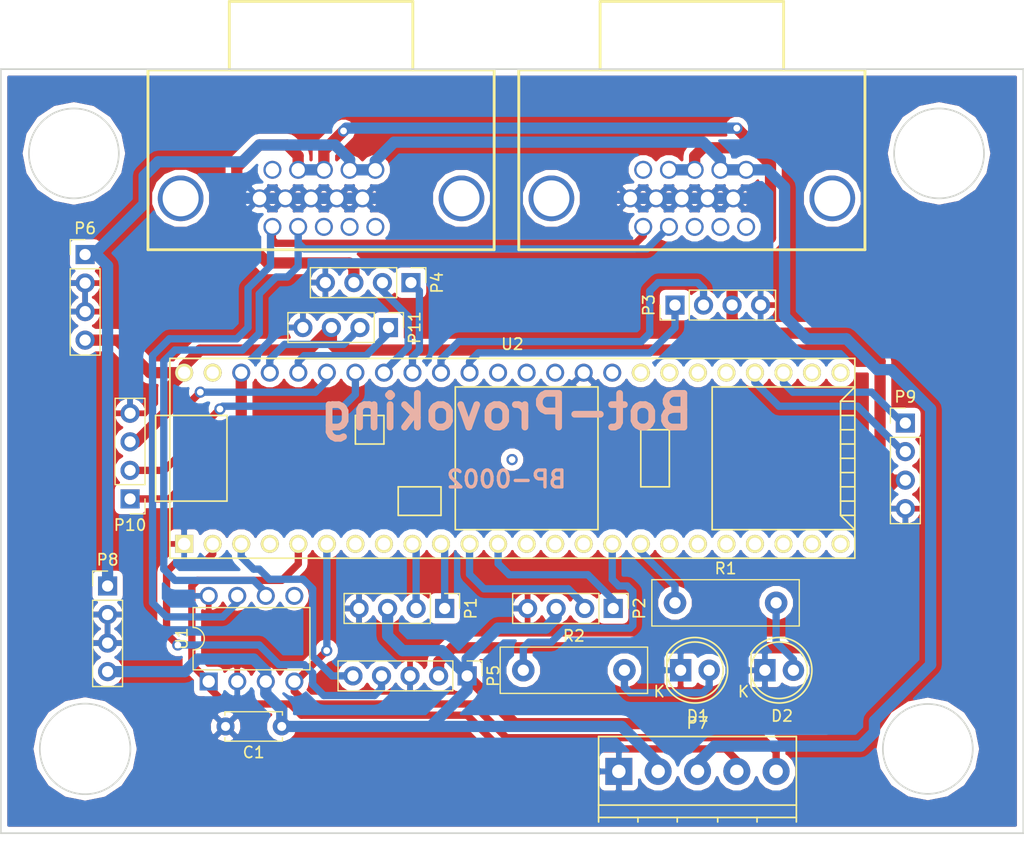
<source format=kicad_pcb>
(kicad_pcb (version 4) (host pcbnew 4.0.5)
  (layers (0 F.Cu signal) (31 B.Cu signal) (34 B.Paste user) (35 F.Paste user) (36 B.SilkS user) (37 F.SilkS user) (38 B.Mask user) (39 F.Mask user) (44 Edge.Cuts user))
  (net 0 "")
  (net 1 GND)
  (net 2 "Net-(D1-Pad2)")
  (net 3 "Net-(D2-Pad2)")
  (net 4 "Net-(J1-Pad0)")
  (net 5 +12V)
  (net 6 +5V)
  (net 7 "Net-(J1-Pad11)")
  (net 8 "Net-(J1-Pad5)")
  (net 9 "Net-(J1-Pad4)")
  (net 10 "Net-(J1-Pad3)")
  (net 11 /CANL)
  (net 12 /CANH)
  (net 13 "Net-(J2-Pad0)")
  (net 14 "Net-(J2-Pad11)")
  (net 15 "Net-(J2-Pad5)")
  (net 16 "Net-(J2-Pad4)")
  (net 17 "Net-(J2-Pad3)")
  (net 18 /B1)
  (net 19 /A1)
  (net 20 /B2)
  (net 21 /A2)
  (net 22 /A3)
  (net 23 /B3)
  (net 24 /A4)
  (net 25 /B4)
  (net 26 +3V3)
  (net 27 /Tx)
  (net 28 /Rx)
  (net 29 /CAN_Tx)
  (net 30 "Net-(U1-Pad5)")
  (net 31 /CAN_Rx)
  (net 32 "Net-(R1-Pad1)")
  (net 33 "Net-(U2-Pad18)")
  (net 34 "Net-(U2-Pad19)")
  (net 35 "Net-(U2-Pad20)")
  (net 36 "Net-(R2-Pad1)")
  (net 37 "Net-(U2-Pad15)")
  (net 38 "Net-(U2-Pad14)")
  (net 39 "Net-(U2-Pad21)")
  (net 40 "Net-(U2-Pad22)")
  (net 41 "Net-(U2-Pad23)")
  (net 42 "Net-(U2-Pad24)")
  (net 43 "Net-(U2-Pad30)")
  (net 44 "Net-(U2-Pad31)")
  (net 45 "Net-(U2-Pad34)")
  (net 46 "Net-(U2-Pad35)")
  (net 47 "Net-(U2-Pad36)")
  (net 48 "Net-(U2-Pad37)")
  (net 49 "Net-(U2-Pad13)")
  (net 50 "Net-(U2-Pad8)")
  (net 51 "Net-(U2-Pad7)")
  (net 52 "Net-(U2-Pad4)")
  (net 53 "Net-(U2-Pad38)")
  (net 54 "Net-(U2-Pad40)")
  (net 55 "Net-(U2-Pad41)")
  (net 56 "Net-(U2-Pad42)")
  (net 57 "Net-(U2-Pad52)")
  (net 58 /A7)
  (net 59 /B7)
  (net 60 /A5)
  (net 61 /B5)
  (net 62 /A6)
  (net 63 /B6)
  (module Teensy:Teensy35_36_LessPins (layer F.Cu) (at 182.025001 116.135)
    (fp_text reference U2 (at 0 -10.16) (layer F.SilkS))
    (fp_text value Teensy3.6)
    (pad 17 thru_hole circle (at 11.43 7.62) (size 1.6 1.6) (drill 1.1) (layers *.Cu *.Mask F.SilkS) (net 32 "Net-(R1-Pad1)"))
    (pad 18 thru_hole circle (at 13.97 7.62) (size 1.6 1.6) (drill 1.1) (layers *.Cu *.Mask F.SilkS) (net 33 "Net-(U2-Pad18)"))
    (pad 19 thru_hole circle (at 16.51 7.62) (size 1.6 1.6) (drill 1.1) (layers *.Cu *.Mask F.SilkS) (net 34 "Net-(U2-Pad19)"))
    (pad 20 thru_hole circle (at 19.05 7.62) (size 1.6 1.6) (drill 1.1) (layers *.Cu *.Mask F.SilkS) (net 35 "Net-(U2-Pad20)"))
    (pad 16 thru_hole circle (at 8.89 7.62) (size 1.6 1.6) (drill 1.1) (layers *.Cu *.Mask F.SilkS) (net 36 "Net-(R2-Pad1)"))
    (pad 15 thru_hole circle (at 6.35 7.62) (size 1.6 1.6) (drill 1.1) (layers *.Cu *.Mask F.SilkS) (net 37 "Net-(U2-Pad15)"))
    (pad 14 thru_hole circle (at 3.81 7.62) (size 1.6 1.6) (drill 1.1) (layers *.Cu *.Mask F.SilkS) (net 38 "Net-(U2-Pad14)"))
    (pad 21 thru_hole circle (at 21.59 7.62) (size 1.6 1.6) (drill 1.1) (layers *.Cu *.Mask F.SilkS) (net 39 "Net-(U2-Pad21)"))
    (pad 22 thru_hole circle (at 24.13 7.62) (size 1.6 1.6) (drill 1.1) (layers *.Cu *.Mask F.SilkS) (net 40 "Net-(U2-Pad22)"))
    (pad 23 thru_hole circle (at 26.67 7.62) (size 1.6 1.6) (drill 1.1) (layers *.Cu *.Mask F.SilkS) (net 41 "Net-(U2-Pad23)"))
    (pad 24 thru_hole circle (at 29.21 7.62) (size 1.6 1.6) (drill 1.1) (layers *.Cu *.Mask F.SilkS) (net 42 "Net-(U2-Pad24)"))
    (pad 30 thru_hole circle (at 29.21 -7.62) (size 1.6 1.6) (drill 1.1) (layers *.Cu *.Mask F.SilkS) (net 43 "Net-(U2-Pad30)"))
    (pad 31 thru_hole circle (at 26.67 -7.62) (size 1.6 1.6) (drill 1.1) (layers *.Cu *.Mask F.SilkS) (net 44 "Net-(U2-Pad31)"))
    (pad 32 thru_hole circle (at 24.13 -7.62) (size 1.6 1.6) (drill 1.1) (layers *.Cu *.Mask F.SilkS) (net 58 /A7))
    (pad 33 thru_hole circle (at 21.59 -7.62) (size 1.6 1.6) (drill 1.1) (layers *.Cu *.Mask F.SilkS) (net 59 /B7))
    (pad 34 thru_hole circle (at 19.05 -7.62) (size 1.6 1.6) (drill 1.1) (layers *.Cu *.Mask F.SilkS) (net 45 "Net-(U2-Pad34)"))
    (pad 35 thru_hole circle (at 16.51 -7.62) (size 1.6 1.6) (drill 1.1) (layers *.Cu *.Mask F.SilkS) (net 46 "Net-(U2-Pad35)"))
    (pad 36 thru_hole circle (at 13.97 -7.62) (size 1.6 1.6) (drill 1.1) (layers *.Cu *.Mask F.SilkS) (net 47 "Net-(U2-Pad36)"))
    (pad 37 thru_hole circle (at 11.43 -7.62) (size 1.6 1.6) (drill 1.1) (layers *.Cu *.Mask F.SilkS) (net 48 "Net-(U2-Pad37)"))
    (pad 13 thru_hole circle (at 1.27 7.62) (size 1.6 1.6) (drill 1.1) (layers *.Cu *.Mask F.SilkS) (net 49 "Net-(U2-Pad13)"))
    (pad 12 thru_hole circle (at -1.27 7.62) (size 1.6 1.6) (drill 1.1) (layers *.Cu *.Mask F.SilkS) (net 20 /B2))
    (pad 11 thru_hole circle (at -3.81 7.62) (size 1.6 1.6) (drill 1.1) (layers *.Cu *.Mask F.SilkS) (net 21 /A2))
    (pad 10 thru_hole circle (at -6.35 7.62) (size 1.6 1.6) (drill 1.1) (layers *.Cu *.Mask F.SilkS) (net 18 /B1))
    (pad 9 thru_hole circle (at -8.89 7.62) (size 1.6 1.6) (drill 1.1) (layers *.Cu *.Mask F.SilkS) (net 19 /A1))
    (pad 8 thru_hole circle (at -11.43 7.62) (size 1.6 1.6) (drill 1.1) (layers *.Cu *.Mask F.SilkS) (net 50 "Net-(U2-Pad8)"))
    (pad 7 thru_hole circle (at -13.97 7.62) (size 1.6 1.6) (drill 1.1) (layers *.Cu *.Mask F.SilkS) (net 51 "Net-(U2-Pad7)"))
    (pad 6 thru_hole circle (at -16.51 7.62) (size 1.6 1.6) (drill 1.1) (layers *.Cu *.Mask F.SilkS) (net 31 /CAN_Rx))
    (pad 5 thru_hole circle (at -19.05 7.62) (size 1.6 1.6) (drill 1.1) (layers *.Cu *.Mask F.SilkS) (net 29 /CAN_Tx))
    (pad 4 thru_hole circle (at -21.59 7.62) (size 1.6 1.6) (drill 1.1) (layers *.Cu *.Mask F.SilkS) (net 52 "Net-(U2-Pad4)"))
    (pad 3 thru_hole circle (at -24.13 7.62) (size 1.6 1.6) (drill 1.1) (layers *.Cu *.Mask F.SilkS) (net 28 /Rx))
    (pad 2 thru_hole circle (at -26.67 7.62) (size 1.6 1.6) (drill 1.1) (layers *.Cu *.Mask F.SilkS) (net 27 /Tx))
    (pad 1 thru_hole rect (at -29.21 7.62) (size 1.6 1.6) (drill 1.1) (layers *.Cu *.Mask F.SilkS) (net 1 GND))
    (pad 38 thru_hole circle (at 8.89 -7.62) (size 1.6 1.6) (drill 1.1) (layers *.Cu *.Mask) (net 53 "Net-(U2-Pad38)"))
    (pad 39 thru_hole circle (at 6.35 -7.62) (size 1.6 1.6) (drill 1.1) (layers *.Cu *.Mask) (net 1 GND))
    (pad 40 thru_hole circle (at 3.81 -7.62) (size 1.6 1.6) (drill 1.1) (layers *.Cu *.Mask) (net 54 "Net-(U2-Pad40)"))
    (pad 41 thru_hole circle (at 1.27 -7.62) (size 1.6 1.6) (drill 1.1) (layers *.Cu *.Mask) (net 55 "Net-(U2-Pad41)"))
    (pad 42 thru_hole circle (at -1.27 -7.62) (size 1.6 1.6) (drill 1.1) (layers *.Cu *.Mask) (net 56 "Net-(U2-Pad42)"))
    (pad 43 thru_hole circle (at -3.81 -7.62) (size 1.6 1.6) (drill 1.1) (layers *.Cu *.Mask) (net 22 /A3))
    (pad 44 thru_hole circle (at -6.35 -7.62) (size 1.6 1.6) (drill 1.1) (layers *.Cu *.Mask) (net 23 /B3))
    (pad 45 thru_hole circle (at -8.89 -7.62) (size 1.6 1.6) (drill 1.1) (layers *.Cu *.Mask) (net 24 /A4))
    (pad 46 thru_hole circle (at -11.43 -7.62) (size 1.6 1.6) (drill 1.1) (layers *.Cu *.Mask) (net 25 /B4))
    (pad 47 thru_hole circle (at -13.97 -7.62) (size 1.6 1.6) (drill 1.1) (layers *.Cu *.Mask) (net 60 /A5))
    (pad 48 thru_hole circle (at -16.51 -7.62) (size 1.6 1.6) (drill 1.1) (layers *.Cu *.Mask) (net 61 /B5))
    (pad 49 thru_hole circle (at -19.05 -7.62) (size 1.6 1.6) (drill 1.1) (layers *.Cu *.Mask) (net 62 /A6))
    (pad 50 thru_hole circle (at -21.59 -7.62) (size 1.6 1.6) (drill 1.1) (layers *.Cu *.Mask) (net 63 /B6))
    (pad 51 thru_hole circle (at -24.13 -7.62) (size 1.6 1.6) (drill 1.1) (layers *.Cu *.Mask) (net 26 +3V3))
    (pad 52 thru_hole circle (at -26.67 -7.62) (size 1.6 1.6) (drill 1.1) (layers *.Cu *.Mask F.SilkS) (net 57 "Net-(U2-Pad52)"))
    (pad 53 thru_hole circle (at -29.21 -7.62) (size 1.6 1.6) (drill 1.1) (layers *.Cu *.Mask F.SilkS) (net 6 +5V))
  )
  (module LEDs:LED-5MM (layer F.Cu) (at 197 135)
    (fp_text reference D1 (at 1.524 4.064) (layer F.SilkS))
    (fp_text value LED)
    (fp_text user K (at -1.905 1.905) (layer F.SilkS))
    (pad 1 thru_hole rect (at 0 0 90) (size 2 1.9) (drill 1.00076) (layers *.Cu *.Mask) (net 1 GND))
    (pad 2 thru_hole circle (at 2.54 0) (size 1.9 1.9) (drill 1.00076) (layers *.Cu *.Mask) (net 2 "Net-(D1-Pad2)"))
  )
  (module LEDs:LED-5MM (layer F.Cu) (at 204.5 135)
    (fp_text reference D2 (at 1.524 4.064) (layer F.SilkS))
    (fp_text value LED)
    (fp_text user K (at -1.905 1.905) (layer F.SilkS))
    (pad 1 thru_hole rect (at 0 0 90) (size 2 1.9) (drill 1.00076) (layers *.Cu *.Mask) (net 1 GND))
    (pad 2 thru_hole circle (at 2.54 0) (size 1.9 1.9) (drill 1.00076) (layers *.Cu *.Mask) (net 3 "Net-(D2-Pad2)"))
  )
  (module conn-db15-SPC15430:conn_SPC15430 (layer F.Cu) (at 165 93)
    (fp_text reference J1 hide)
    (fp_text value DB15_HighDensity_MountingHoles hide)
    (pad 0 thru_hole circle (at -12.49934 0) (size 4.064 4.064) (drill 3.2004) (layers *.Cu *.Mask) (net 4 "Net-(J1-Pad0)"))
    (pad 0 thru_hole circle (at 12.49934 0) (size 4.064 4.064) (drill 3.2004) (layers *.Cu *.Mask) (net 4 "Net-(J1-Pad0)"))
    (pad 15 thru_hole circle (at 4.83 -2.54) (size 1.6002 1.6002) (drill 1.19126) (layers *.Cu *.Mask) (net 5 +12V))
    (pad 10 thru_hole circle (at 3.685 0) (size 1.6002 1.6002) (drill 1.19126) (layers *.Cu *.Mask) (net 1 GND))
    (pad 14 thru_hole circle (at 2.54 -2.54) (size 1.6002 1.6002) (drill 1.19126) (layers *.Cu *.Mask) (net 5 +12V))
    (pad 13 thru_hole circle (at 0.25 -2.54) (size 1.6002 1.6002) (drill 1.19126) (layers *.Cu *.Mask) (net 6 +5V))
    (pad 12 thru_hole circle (at -2.04 -2.54) (size 1.6002 1.6002) (drill 1.19126) (layers *.Cu *.Mask) (net 6 +5V))
    (pad 11 thru_hole circle (at -4.33 -2.54) (size 1.6002 1.6002) (drill 1.19126) (layers *.Cu *.Mask) (net 7 "Net-(J1-Pad11)"))
    (pad 9 thru_hole circle (at 1.395 0) (size 1.6002 1.6002) (drill 1.19126) (layers *.Cu *.Mask) (net 1 GND))
    (pad 8 thru_hole circle (at -0.895 0) (size 1.6002 1.6002) (drill 1.19126) (layers *.Cu *.Mask) (net 1 GND))
    (pad 7 thru_hole circle (at -3.185 0) (size 1.6002 1.6002) (drill 1.19126) (layers *.Cu *.Mask) (net 1 GND))
    (pad 6 thru_hole circle (at -5.475 0) (size 1.6002 1.6002) (drill 1.2) (layers *.Cu *.Mask) (net 1 GND))
    (pad 5 thru_hole circle (at 4.83 2.54) (size 1.6002 1.6002) (drill 1.19126) (layers *.Cu *.Mask) (net 8 "Net-(J1-Pad5)"))
    (pad 4 thru_hole circle (at 2.54 2.54) (size 1.6002 1.6002) (drill 1.19126) (layers *.Cu *.Mask) (net 9 "Net-(J1-Pad4)"))
    (pad 3 thru_hole circle (at 0.25 2.54) (size 1.6002 1.6002) (drill 1.19126) (layers *.Cu *.Mask) (net 10 "Net-(J1-Pad3)"))
    (pad 2 thru_hole circle (at -2.04 2.54) (size 1.6002 1.6002) (drill 1.19126) (layers *.Cu *.Mask) (net 11 /CANL))
    (pad 1 thru_hole circle (at -4.33 2.54) (size 1.6002 1.6002) (drill 1.19126) (layers *.Cu *.Mask) (net 12 /CANH))
  )
  (module conn-db15-SPC15430:conn_SPC15430 (layer F.Cu) (at 198 93)
    (fp_text reference J2 hide)
    (fp_text value DB15_HighDensity_MountingHoles hide)
    (pad 0 thru_hole circle (at -12.49934 0) (size 4.064 4.064) (drill 3.2004) (layers *.Cu *.Mask) (net 13 "Net-(J2-Pad0)"))
    (pad 0 thru_hole circle (at 12.49934 0) (size 4.064 4.064) (drill 3.2004) (layers *.Cu *.Mask) (net 13 "Net-(J2-Pad0)"))
    (pad 15 thru_hole circle (at 4.83 -2.54) (size 1.6002 1.6002) (drill 1.19126) (layers *.Cu *.Mask) (net 5 +12V))
    (pad 10 thru_hole circle (at 3.685 0) (size 1.6002 1.6002) (drill 1.19126) (layers *.Cu *.Mask) (net 1 GND))
    (pad 14 thru_hole circle (at 2.54 -2.54) (size 1.6002 1.6002) (drill 1.19126) (layers *.Cu *.Mask) (net 5 +12V))
    (pad 13 thru_hole circle (at 0.25 -2.54) (size 1.6002 1.6002) (drill 1.19126) (layers *.Cu *.Mask) (net 6 +5V))
    (pad 12 thru_hole circle (at -2.04 -2.54) (size 1.6002 1.6002) (drill 1.19126) (layers *.Cu *.Mask) (net 6 +5V))
    (pad 11 thru_hole circle (at -4.33 -2.54) (size 1.6002 1.6002) (drill 1.19126) (layers *.Cu *.Mask) (net 14 "Net-(J2-Pad11)"))
    (pad 9 thru_hole circle (at 1.395 0) (size 1.6002 1.6002) (drill 1.19126) (layers *.Cu *.Mask) (net 1 GND))
    (pad 8 thru_hole circle (at -0.895 0) (size 1.6002 1.6002) (drill 1.19126) (layers *.Cu *.Mask) (net 1 GND))
    (pad 7 thru_hole circle (at -3.185 0) (size 1.6002 1.6002) (drill 1.19126) (layers *.Cu *.Mask) (net 1 GND))
    (pad 6 thru_hole circle (at -5.475 0) (size 1.6002 1.6002) (drill 1.2) (layers *.Cu *.Mask) (net 1 GND))
    (pad 5 thru_hole circle (at 4.83 2.54) (size 1.6002 1.6002) (drill 1.19126) (layers *.Cu *.Mask) (net 15 "Net-(J2-Pad5)"))
    (pad 4 thru_hole circle (at 2.54 2.54) (size 1.6002 1.6002) (drill 1.19126) (layers *.Cu *.Mask) (net 16 "Net-(J2-Pad4)"))
    (pad 3 thru_hole circle (at 0.25 2.54) (size 1.6002 1.6002) (drill 1.19126) (layers *.Cu *.Mask) (net 17 "Net-(J2-Pad3)"))
    (pad 2 thru_hole circle (at -2.04 2.54) (size 1.6002 1.6002) (drill 1.19126) (layers *.Cu *.Mask) (net 11 /CANL))
    (pad 1 thru_hole circle (at -4.33 2.54) (size 1.6002 1.6002) (drill 1.19126) (layers *.Cu *.Mask) (net 12 /CANH))
  )
  (module Custom_Footprints:DIP-8_W7.62mm_BiggerHoles (layer F.Cu) (at 155 136 90)
    (fp_text reference U1 (at 3.81 -2.39 90) (layer F.SilkS))
    (fp_text value MCP2551-I/P)
    (pad 1 thru_hole rect (at 0 0 90) (size 1.6 1.6) (drill 1.1) (layers *.Cu *.Mask) (net 29 /CAN_Tx))
    (pad 5 thru_hole oval (at 7.62 7.62 90) (size 1.6 1.6) (drill 1.1) (layers *.Cu *.Mask) (net 30 "Net-(U1-Pad5)"))
    (pad 2 thru_hole oval (at 0 2.54 90) (size 1.6 1.6) (drill 1.1) (layers *.Cu *.Mask) (net 1 GND))
    (pad 6 thru_hole oval (at 7.62 5.08 90) (size 1.6 1.6) (drill 1.1) (layers *.Cu *.Mask) (net 11 /CANL))
    (pad 3 thru_hole oval (at 0 5.08 90) (size 1.6 1.6) (drill 1.1) (layers *.Cu *.Mask) (net 6 +5V))
    (pad 7 thru_hole oval (at 7.62 2.54 90) (size 1.6 1.6) (drill 1.1) (layers *.Cu *.Mask) (net 12 /CANH))
    (pad 4 thru_hole oval (at 0 7.62 90) (size 1.6 1.6) (drill 1.1) (layers *.Cu *.Mask) (net 31 /CAN_Rx))
    (pad 8 thru_hole oval (at 7.62 0 90) (size 1.6 1.6) (drill 1.1) (layers *.Cu *.Mask) (net 1 GND))
  )
  (module Resistors_THT:R_Box_L13.0mm_W4.0mm_P9.00mm (layer F.Cu) (at 196.5 129)
    (fp_text reference R1 (at 4.5 -3.06) (layer F.SilkS))
    (fp_text value R)
    (pad 1 thru_hole circle (at 0 0) (size 2 2) (drill 1) (layers *.Cu *.Mask) (net 32 "Net-(R1-Pad1)"))
    (pad 2 thru_hole circle (at 9 0) (size 2 2) (drill 1) (layers *.Cu *.Mask) (net 3 "Net-(D2-Pad2)"))
  )
  (module Resistors_THT:R_Box_L13.0mm_W4.0mm_P9.00mm (layer F.Cu) (at 183 135)
    (fp_text reference R2 (at 4.5 -3.06) (layer F.SilkS))
    (fp_text value R)
    (pad 1 thru_hole circle (at 0 0) (size 2 2) (drill 1) (layers *.Cu *.Mask) (net 36 "Net-(R2-Pad1)"))
    (pad 2 thru_hole circle (at 9 0) (size 2 2) (drill 1) (layers *.Cu *.Mask) (net 2 "Net-(D1-Pad2)"))
  )
  (module Capacitors_THT:C_Disc_D5.0mm_W2.5mm_P5.00mm (layer F.Cu) (at 161.5 140 180)
    (fp_text reference C1 (at 2.5 -2.31 180) (layer F.SilkS))
    (fp_text value C)
    (pad 1 thru_hole circle (at 0 0 180) (size 1.6 1.6) (drill 0.8) (layers *.Cu *.Mask) (net 6 +5V))
    (pad 2 thru_hole circle (at 5 0 180) (size 1.6 1.6) (drill 0.8) (layers *.Cu *.Mask) (net 1 GND))
  )
  (module Connectors_Terminal_Blocks:TerminalBlock_Pheonix_PT-3.5mm_5pol (layer F.Cu) (at 191.5 144)
    (fp_text reference P7 (at 7 -4.3) (layer F.SilkS))
    (fp_text value CONN_01X05)
    (pad 2 thru_hole circle (at 3.5 0) (size 2.4 2.4) (drill 1.2) (layers *.Cu *.Mask) (net 6 +5V))
    (pad 1 thru_hole rect (at 0 0) (size 2.4 2.4) (drill 1.2) (layers *.Cu *.Mask) (net 1 GND))
    (pad 3 thru_hole circle (at 7 0) (size 2.4 2.4) (drill 1.2) (layers *.Cu *.Mask) (net 5 +12V))
    (pad 4 thru_hole circle (at 10.5 0) (size 2.4 2.4) (drill 1.2) (layers *.Cu *.Mask) (net 29 /CAN_Tx))
    (pad 5 thru_hole circle (at 14 0) (size 2.4 2.4) (drill 1.2) (layers *.Cu *.Mask) (net 31 /CAN_Rx))
  )
  (module Socket_Strips:Socket_Strip_Straight_1x04_Pitch2.54mm (layer F.Cu) (at 176 129.5 270)
    (fp_text reference P1 (at 0 -2.33 270) (layer F.SilkS))
    (fp_text value CONN_01X04)
    (pad 1 thru_hole rect (at 0 0 270) (size 1.7 1.7) (drill 1) (layers *.Cu *.Mask) (net 18 /B1))
    (pad 2 thru_hole oval (at 0 2.54 270) (size 1.7 1.7) (drill 1) (layers *.Cu *.Mask) (net 19 /A1))
    (pad 3 thru_hole oval (at 0 5.08 270) (size 1.7 1.7) (drill 1) (layers *.Cu *.Mask) (net 6 +5V))
    (pad 4 thru_hole oval (at 0 7.62 270) (size 1.7 1.7) (drill 1) (layers *.Cu *.Mask) (net 1 GND))
  )
  (module Socket_Strips:Socket_Strip_Straight_1x04_Pitch2.54mm (layer F.Cu) (at 191 129.5 270)
    (fp_text reference P2 (at 0 -2.33 270) (layer F.SilkS))
    (fp_text value CONN_01X04)
    (pad 1 thru_hole rect (at 0 0 270) (size 1.7 1.7) (drill 1) (layers *.Cu *.Mask) (net 20 /B2))
    (pad 2 thru_hole oval (at 0 2.54 270) (size 1.7 1.7) (drill 1) (layers *.Cu *.Mask) (net 21 /A2))
    (pad 3 thru_hole oval (at 0 5.08 270) (size 1.7 1.7) (drill 1) (layers *.Cu *.Mask) (net 6 +5V))
    (pad 4 thru_hole oval (at 0 7.62 270) (size 1.7 1.7) (drill 1) (layers *.Cu *.Mask) (net 1 GND))
  )
  (module Socket_Strips:Socket_Strip_Straight_1x04_Pitch2.54mm (layer F.Cu) (at 196.5 102.5 90)
    (fp_text reference P3 (at 0 -2.33 90) (layer F.SilkS))
    (fp_text value CONN_01X04)
    (pad 1 thru_hole rect (at 0 0 90) (size 1.7 1.7) (drill 1) (layers *.Cu *.Mask) (net 22 /A3))
    (pad 2 thru_hole oval (at 0 2.54 90) (size 1.7 1.7) (drill 1) (layers *.Cu *.Mask) (net 23 /B3))
    (pad 3 thru_hole oval (at 0 5.08 90) (size 1.7 1.7) (drill 1) (layers *.Cu *.Mask) (net 6 +5V))
    (pad 4 thru_hole oval (at 0 7.62 90) (size 1.7 1.7) (drill 1) (layers *.Cu *.Mask) (net 1 GND))
  )
  (module Socket_Strips:Socket_Strip_Straight_1x04_Pitch2.54mm (layer F.Cu) (at 173 100.5 270)
    (fp_text reference P4 (at 0 -2.33 270) (layer F.SilkS))
    (fp_text value CONN_01X04)
    (pad 1 thru_hole rect (at 0 0 270) (size 1.7 1.7) (drill 1) (layers *.Cu *.Mask) (net 24 /A4))
    (pad 2 thru_hole oval (at 0 2.54 270) (size 1.7 1.7) (drill 1) (layers *.Cu *.Mask) (net 25 /B4))
    (pad 3 thru_hole oval (at 0 5.08 270) (size 1.7 1.7) (drill 1) (layers *.Cu *.Mask) (net 6 +5V))
    (pad 4 thru_hole oval (at 0 7.62 270) (size 1.7 1.7) (drill 1) (layers *.Cu *.Mask) (net 1 GND))
  )
  (module Socket_Strips:Socket_Strip_Straight_1x05_Pitch2.54mm (layer F.Cu) (at 178 135.5 270)
    (fp_text reference P5 (at 0 -2.33 270) (layer F.SilkS))
    (fp_text value CONN_01X05)
    (pad 1 thru_hole rect (at 0 0 270) (size 1.7 1.7) (drill 1) (layers *.Cu *.Mask) (net 6 +5V))
    (pad 2 thru_hole oval (at 0 2.54 270) (size 1.7 1.7) (drill 1) (layers *.Cu *.Mask) (net 26 +3V3))
    (pad 3 thru_hole oval (at 0 5.08 270) (size 1.7 1.7) (drill 1) (layers *.Cu *.Mask) (net 1 GND))
    (pad 4 thru_hole oval (at 0 7.62 270) (size 1.7 1.7) (drill 1) (layers *.Cu *.Mask) (net 27 /Tx))
    (pad 5 thru_hole oval (at 0 10.16 270) (size 1.7 1.7) (drill 1) (layers *.Cu *.Mask) (net 28 /Rx))
  )
  (module Socket_Strips:Socket_Strip_Straight_1x04_Pitch2.54mm (layer F.Cu) (at 144 98)
    (fp_text reference P6 (at 0 -2.33) (layer F.SilkS))
    (fp_text value CONN_01X04)
    (pad 1 thru_hole rect (at 0 0) (size 1.7 1.7) (drill 1) (layers *.Cu *.Mask) (net 5 +12V))
    (pad 2 thru_hole oval (at 0 2.54) (size 1.7 1.7) (drill 1) (layers *.Cu *.Mask) (net 1 GND))
    (pad 3 thru_hole oval (at 0 5.08) (size 1.7 1.7) (drill 1) (layers *.Cu *.Mask) (net 1 GND))
    (pad 4 thru_hole oval (at 0 7.62) (size 1.7 1.7) (drill 1) (layers *.Cu *.Mask) (net 6 +5V))
  )
  (module Socket_Strips:Socket_Strip_Straight_1x04_Pitch2.54mm (layer F.Cu) (at 146 127.5)
    (fp_text reference P8 (at 0 -2.33) (layer F.SilkS))
    (fp_text value CONN_01X04)
    (pad 1 thru_hole rect (at 0 0) (size 1.7 1.7) (drill 1) (layers *.Cu *.Mask) (net 5 +12V))
    (pad 2 thru_hole oval (at 0 2.54) (size 1.7 1.7) (drill 1) (layers *.Cu *.Mask) (net 1 GND))
    (pad 3 thru_hole oval (at 0 5.08) (size 1.7 1.7) (drill 1) (layers *.Cu *.Mask) (net 1 GND))
    (pad 4 thru_hole oval (at 0 7.62) (size 1.7 1.7) (drill 1) (layers *.Cu *.Mask) (net 6 +5V))
  )
  (module Socket_Strips:Socket_Strip_Straight_1x04_Pitch2.54mm (layer F.Cu) (at 217 113)
    (fp_text reference P9 (at 0 -2.33) (layer F.SilkS))
    (fp_text value CONN_01X04)
    (pad 1 thru_hole rect (at 0 0) (size 1.7 1.7) (drill 1) (layers *.Cu *.Mask) (net 58 /A7))
    (pad 2 thru_hole oval (at 0 2.54) (size 1.7 1.7) (drill 1) (layers *.Cu *.Mask) (net 59 /B7))
    (pad 3 thru_hole oval (at 0 5.08) (size 1.7 1.7) (drill 1) (layers *.Cu *.Mask) (net 6 +5V))
    (pad 4 thru_hole oval (at 0 7.62) (size 1.7 1.7) (drill 1) (layers *.Cu *.Mask) (net 1 GND))
  )
  (module Socket_Strips:Socket_Strip_Straight_1x04_Pitch2.54mm (layer F.Cu) (at 148 119.75 180)
    (fp_text reference P10 (at 0 -2.33 180) (layer F.SilkS))
    (fp_text value CONN_01X04)
    (pad 1 thru_hole rect (at 0 0 180) (size 1.7 1.7) (drill 1) (layers *.Cu *.Mask) (net 60 /A5))
    (pad 2 thru_hole oval (at 0 2.54 180) (size 1.7 1.7) (drill 1) (layers *.Cu *.Mask) (net 61 /B5))
    (pad 3 thru_hole oval (at 0 5.08 180) (size 1.7 1.7) (drill 1) (layers *.Cu *.Mask) (net 6 +5V))
    (pad 4 thru_hole oval (at 0 7.62 180) (size 1.7 1.7) (drill 1) (layers *.Cu *.Mask) (net 1 GND))
  )
  (module Socket_Strips:Socket_Strip_Straight_1x04_Pitch2.54mm (layer F.Cu) (at 171 104.5 270)
    (fp_text reference P11 (at 0 -2.33 270) (layer F.SilkS))
    (fp_text value CONN_01X04)
    (pad 1 thru_hole rect (at 0 0 270) (size 1.7 1.7) (drill 1) (layers *.Cu *.Mask) (net 62 /A6))
    (pad 2 thru_hole oval (at 0 2.54 270) (size 1.7 1.7) (drill 1) (layers *.Cu *.Mask) (net 63 /B6))
    (pad 3 thru_hole oval (at 0 5.08 270) (size 1.7 1.7) (drill 1) (layers *.Cu *.Mask) (net 6 +5V))
    (pad 4 thru_hole oval (at 0 7.62 270) (size 1.7 1.7) (drill 1) (layers *.Cu *.Mask) (net 1 GND))
  )
  (gr_line (start 227.5 81.5) (end 227.5 81.75) (angle 90) (layer Edge.Cuts) (width 0.15))
  (gr_line (start 136.5 81.5) (end 227.5 81.5) (angle 90) (layer Edge.Cuts) (width 0.15))
  (gr_line (start 136.5 149.5) (end 136.5 81.5) (angle 90) (layer Edge.Cuts) (width 0.15))
  (gr_line (start 227.5 149.5) (end 136.5 149.5) (angle 90) (layer Edge.Cuts) (width 0.15))
  (gr_line (start 227.5 81.5) (end 227.5 149.5) (angle 90) (layer Edge.Cuts) (width 0.15))
  (gr_circle (center 144 142) (end 148 142.5) (layer Edge.Cuts) (width 0.15))
  (gr_circle (center 219 142) (end 215 142) (layer Edge.Cuts) (width 0.15))
  (gr_circle (center 143 89) (end 147 89) (layer Edge.Cuts) (width 0.15))
  (gr_circle (center 220 89) (end 216 89) (layer Edge.Cuts) (width 0.15))
  (gr_text BP-0002 (at 181.5 118) (layer B.SilkS) (effects (font (size 1.5 1.5) (thickness 0.3)) (justify mirror)))
  (gr_text Bot-Provoking (at 181.5 112) (layer B.SilkS) (effects (font (size 3 3) (thickness 0.6)) (justify mirror)))
  (via (at 182 116.25) (size 1) (drill 0.6) (layers F.Cu B.Cu) (net 0))
  (segment (start 157.5 93) (end 159.525 93) (width 1) (layer B.Cu) (net 1))
  (segment (start 159.525 93) (end 161.815 93) (width 1) (layer B.Cu) (net 1))
  (segment (start 161.815 93) (end 164.105 93) (width 1) (layer B.Cu) (net 1))
  (segment (start 164.105 93) (end 166.395 93) (width 1) (layer B.Cu) (net 1))
  (segment (start 166.395 93) (end 168.685 93) (width 1) (layer B.Cu) (net 1))
  (segment (start 168.685 93) (end 171.75 93) (width 1) (layer B.Cu) (net 1))
  (segment (start 204.25 93) (end 201.685 93) (width 1) (layer B.Cu) (net 1))
  (segment (start 201.685 93) (end 199.395 93) (width 1) (layer B.Cu) (net 1))
  (segment (start 199.395 93) (end 197.105 93) (width 1) (layer B.Cu) (net 1))
  (segment (start 197.105 93) (end 194.815 93) (width 1) (layer B.Cu) (net 1))
  (segment (start 194.815 93) (end 192.525 93) (width 1) (layer B.Cu) (net 1))
  (segment (start 192.525 93) (end 190 93) (width 1) (layer B.Cu) (net 1))
  (segment (start 159.525 93) (end 161.815 93) (width 1) (layer F.Cu) (net 1))
  (segment (start 161.815 93) (end 164.105 93) (width 1) (layer F.Cu) (net 1))
  (segment (start 164.105 93) (end 166.395 93) (width 1) (layer F.Cu) (net 1))
  (segment (start 166.395 93) (end 168.685 93) (width 1) (layer F.Cu) (net 1))
  (segment (start 168.685 93) (end 171.75 93) (width 1) (layer F.Cu) (net 1))
  (segment (start 203.5 93) (end 201.685 93) (width 1) (layer F.Cu) (net 1))
  (segment (start 201.685 93) (end 199.395 93) (width 1) (layer F.Cu) (net 1))
  (segment (start 199.395 93) (end 197.105 93) (width 1) (layer F.Cu) (net 1))
  (segment (start 197.105 93) (end 194.815 93) (width 1) (layer F.Cu) (net 1))
  (segment (start 194.815 93) (end 192.525 93) (width 1) (layer F.Cu) (net 1))
  (segment (start 192.525 93) (end 190.25 93) (width 1) (layer F.Cu) (net 1))
  (segment (start 192 135) (end 192 136.5) (width 0.65) (layer B.Cu) (net 2))
  (segment (start 199.54 136.46) (end 199.54 135) (width 0.65) (layer B.Cu) (net 2))
  (segment (start 199 137) (end 199.54 136.46) (width 0.65) (layer B.Cu) (net 2))
  (segment (start 192.5 137) (end 199 137) (width 0.65) (layer B.Cu) (net 2))
  (segment (start 192 136.5) (end 192.5 137) (width 0.65) (layer B.Cu) (net 2))
  (segment (start 205.5 129) (end 205.5 132.5) (width 0.65) (layer B.Cu) (net 3))
  (segment (start 207.04 134.04) (end 207.04 135) (width 0.65) (layer B.Cu) (net 3))
  (segment (start 205.5 132.5) (end 207.04 134.04) (width 0.65) (layer B.Cu) (net 3))
  (segment (start 198.5 144) (end 198.5 143.25) (width 1) (layer B.Cu) (net 5))
  (segment (start 198.5 143.25) (end 200 141.75) (width 1) (layer B.Cu) (net 5))
  (segment (start 200 141.75) (end 213 141.75) (width 1) (layer B.Cu) (net 5))
  (segment (start 213 141.75) (end 214.25 140.5) (width 1) (layer B.Cu) (net 5))
  (segment (start 214.25 140.5) (end 214.25 139.5) (width 1) (layer B.Cu) (net 5))
  (segment (start 214.25 139.5) (end 219.25 134.5) (width 1) (layer B.Cu) (net 5))
  (segment (start 219.25 134.5) (end 219.25 111.75) (width 1) (layer B.Cu) (net 5))
  (segment (start 219.25 111.75) (end 215.75 108.25) (width 1) (layer B.Cu) (net 5))
  (segment (start 215.75 108.25) (end 214.5 108.25) (width 1) (layer B.Cu) (net 5))
  (segment (start 214.5 108.25) (end 211.75 105.5) (width 1) (layer B.Cu) (net 5))
  (segment (start 211.75 105.5) (end 208.25 105.5) (width 1) (layer B.Cu) (net 5))
  (segment (start 208.25 105.5) (end 206.25 103.5) (width 1) (layer B.Cu) (net 5))
  (segment (start 206.25 103.5) (end 206.25 92) (width 1) (layer B.Cu) (net 5))
  (segment (start 206.25 92) (end 204.71 90.46) (width 1) (layer B.Cu) (net 5))
  (segment (start 204.71 90.46) (end 202.83 90.46) (width 1) (layer B.Cu) (net 5))
  (segment (start 146 127.5) (end 146 99) (width 1) (layer B.Cu) (net 5))
  (segment (start 145 98) (end 144 98) (width 1) (layer B.Cu) (net 5))
  (segment (start 146 99) (end 145 98) (width 1) (layer B.Cu) (net 5))
  (segment (start 144 98) (end 144.75 98) (width 1) (layer B.Cu) (net 5))
  (segment (start 144.75 98) (end 149.25 93.5) (width 1) (layer B.Cu) (net 5))
  (segment (start 149.25 93.5) (end 149.25 91) (width 1) (layer B.Cu) (net 5))
  (segment (start 149.25 91) (end 150.5 89.75) (width 1) (layer B.Cu) (net 5))
  (segment (start 150.5 89.75) (end 158 89.75) (width 1) (layer B.Cu) (net 5))
  (segment (start 158 89.75) (end 159.5 88.25) (width 1) (layer B.Cu) (net 5))
  (segment (start 159.5 88.25) (end 166.25 88.25) (width 1) (layer B.Cu) (net 5))
  (segment (start 166.25 88.25) (end 167.54 89.54) (width 1) (layer B.Cu) (net 5))
  (segment (start 167.54 89.54) (end 167.54 90.46) (width 1) (layer B.Cu) (net 5))
  (segment (start 169.83 90.46) (end 169.83 89.67) (width 1) (layer B.Cu) (net 5))
  (segment (start 169.83 89.67) (end 171.5 88) (width 1) (layer B.Cu) (net 5))
  (segment (start 200.54 89.54) (end 200.54 90.46) (width 1) (layer B.Cu) (net 5))
  (segment (start 199 88) (end 200.54 89.54) (width 1) (layer B.Cu) (net 5))
  (segment (start 171.5 88) (end 199 88) (width 1) (layer B.Cu) (net 5))
  (segment (start 167.54 90.46) (end 169.83 90.46) (width 1) (layer B.Cu) (net 5))
  (segment (start 202.83 90.46) (end 200.54 90.46) (width 1) (layer B.Cu) (net 5))
  (segment (start 165.25 90.46) (end 165.25 88.75) (width 1) (layer F.Cu) (net 6))
  (segment (start 203.5 88.25) (end 203.5 88.5) (width 1) (layer F.Cu) (net 6))
  (segment (start 202 86.75) (end 203.5 88.25) (width 1) (layer F.Cu) (net 6))
  (via (at 202 86.75) (size 1) (drill 0.6) (layers F.Cu B.Cu) (net 6))
  (segment (start 167.25 86.75) (end 202 86.75) (width 1) (layer B.Cu) (net 6))
  (segment (start 167 87) (end 167.25 86.75) (width 1) (layer B.Cu) (net 6))
  (via (at 167 87) (size 1) (drill 0.6) (layers F.Cu B.Cu) (net 6))
  (segment (start 165.25 88.75) (end 167 87) (width 1) (layer F.Cu) (net 6))
  (segment (start 152.815001 108.515) (end 152.815001 107.934999) (width 1) (layer F.Cu) (net 6))
  (segment (start 152.815001 107.934999) (end 154.25 106.5) (width 1) (layer F.Cu) (net 6))
  (segment (start 163.92 106.5) (end 165.92 104.5) (width 1) (layer F.Cu) (net 6))
  (segment (start 154.25 106.5) (end 163.92 106.5) (width 1) (layer F.Cu) (net 6))
  (segment (start 148 114.67) (end 148.58 114.67) (width 1) (layer F.Cu) (net 6))
  (segment (start 148.58 114.67) (end 151.5 111.75) (width 1) (layer F.Cu) (net 6))
  (segment (start 151.5 111.75) (end 151.5 109.830001) (width 1) (layer F.Cu) (net 6))
  (segment (start 151.5 109.830001) (end 152.815001 108.515) (width 1) (layer F.Cu) (net 6))
  (segment (start 195 144) (end 195 143.25) (width 1) (layer B.Cu) (net 6))
  (segment (start 195 143.25) (end 191.75 140) (width 1) (layer B.Cu) (net 6))
  (segment (start 191.75 140) (end 174.75 140) (width 1) (layer B.Cu) (net 6))
  (segment (start 178 135.5) (end 178 136.75) (width 1) (layer B.Cu) (net 6))
  (segment (start 174.75 140) (end 161.5 140) (width 1) (layer B.Cu) (net 6))
  (segment (start 178 136.75) (end 174.75 140) (width 1) (layer B.Cu) (net 6))
  (segment (start 217 118.08) (end 216.17 118.08) (width 1) (layer F.Cu) (net 6))
  (segment (start 216.17 118.08) (end 214.25 120) (width 1) (layer F.Cu) (net 6))
  (segment (start 182.25 139.75) (end 178 135.5) (width 1) (layer F.Cu) (net 6))
  (segment (start 210 139.75) (end 182.25 139.75) (width 1) (layer F.Cu) (net 6))
  (segment (start 214.25 135.5) (end 210 139.75) (width 1) (layer F.Cu) (net 6))
  (segment (start 214.25 120) (end 214.25 135.5) (width 1) (layer F.Cu) (net 6))
  (segment (start 214.75 107.5) (end 212.75 107.5) (width 1) (layer F.Cu) (net 6))
  (segment (start 165.92 105.92) (end 165.92 104.5) (width 1) (layer F.Cu) (net 6))
  (segment (start 166.5 106.5) (end 165.92 105.92) (width 1) (layer F.Cu) (net 6))
  (segment (start 211.75 106.5) (end 166.5 106.5) (width 1) (layer F.Cu) (net 6))
  (segment (start 212.75 107.5) (end 211.75 106.5) (width 1) (layer F.Cu) (net 6))
  (segment (start 170.92 129.5) (end 170.92 131.92) (width 1) (layer B.Cu) (net 6))
  (segment (start 170.92 131.92) (end 172.25 133.25) (width 1) (layer B.Cu) (net 6))
  (segment (start 172.25 133.25) (end 175.75 133.25) (width 1) (layer B.Cu) (net 6))
  (segment (start 175.75 133.25) (end 178 135.5) (width 1) (layer B.Cu) (net 6))
  (segment (start 146 135.12) (end 152.88 135.12) (width 1) (layer B.Cu) (net 6))
  (segment (start 160.08 135.08) (end 160.08 136) (width 1) (layer B.Cu) (net 6))
  (segment (start 159 134) (end 160.08 135.08) (width 1) (layer B.Cu) (net 6))
  (segment (start 154 134) (end 159 134) (width 1) (layer B.Cu) (net 6))
  (segment (start 152.88 135.12) (end 154 134) (width 1) (layer B.Cu) (net 6))
  (segment (start 178 135.5) (end 178 134) (width 1) (layer B.Cu) (net 6))
  (segment (start 178 134) (end 180.75 131.25) (width 1) (layer B.Cu) (net 6))
  (segment (start 180.75 131.25) (end 185 131.25) (width 1) (layer B.Cu) (net 6))
  (segment (start 185 131.25) (end 185.92 130.33) (width 1) (layer B.Cu) (net 6))
  (segment (start 185.92 130.33) (end 185.92 129.5) (width 1) (layer B.Cu) (net 6))
  (segment (start 144 105.62) (end 146.87 105.62) (width 1) (layer F.Cu) (net 6))
  (segment (start 149.765 108.515) (end 152.815001 108.515) (width 1) (layer F.Cu) (net 6))
  (segment (start 146.87 105.62) (end 149.765 108.515) (width 1) (layer F.Cu) (net 6))
  (segment (start 167.92 100.5) (end 167.92 99.17) (width 1) (layer F.Cu) (net 6))
  (segment (start 162.96 89.21) (end 162.96 90.46) (width 1) (layer F.Cu) (net 6))
  (segment (start 162 88.25) (end 162.96 89.21) (width 1) (layer F.Cu) (net 6))
  (segment (start 159.5 88.25) (end 162 88.25) (width 1) (layer F.Cu) (net 6))
  (segment (start 157.5 90.25) (end 159.5 88.25) (width 1) (layer F.Cu) (net 6))
  (segment (start 157.5 96) (end 157.5 90.25) (width 1) (layer F.Cu) (net 6))
  (segment (start 160.25 98.75) (end 157.5 96) (width 1) (layer F.Cu) (net 6))
  (segment (start 167.5 98.75) (end 160.25 98.75) (width 1) (layer F.Cu) (net 6))
  (segment (start 167.92 99.17) (end 167.5 98.75) (width 1) (layer F.Cu) (net 6))
  (segment (start 217 118.08) (end 215.83 118.08) (width 1) (layer F.Cu) (net 6))
  (segment (start 201.58 103.83) (end 201.58 102.5) (width 1) (layer F.Cu) (net 6))
  (segment (start 202.75 105) (end 201.58 103.83) (width 1) (layer F.Cu) (net 6))
  (segment (start 212.25 105) (end 202.75 105) (width 1) (layer F.Cu) (net 6))
  (segment (start 214.75 107.5) (end 212.25 105) (width 1) (layer F.Cu) (net 6))
  (segment (start 214.75 117) (end 214.75 107.5) (width 1) (layer F.Cu) (net 6))
  (segment (start 215.83 118.08) (end 214.75 117) (width 1) (layer F.Cu) (net 6))
  (segment (start 201.58 102.5) (end 201.58 98.92) (width 1) (layer F.Cu) (net 6))
  (segment (start 205 90) (end 203.5 88.5) (width 1) (layer F.Cu) (net 6))
  (segment (start 205 96.5) (end 205 90) (width 1) (layer F.Cu) (net 6))
  (segment (start 204 97.5) (end 205 96.5) (width 1) (layer F.Cu) (net 6))
  (segment (start 203 97.5) (end 204 97.5) (width 1) (layer F.Cu) (net 6))
  (segment (start 201.58 98.92) (end 203 97.5) (width 1) (layer F.Cu) (net 6))
  (segment (start 203.5 88.5) (end 199 88.5) (width 1) (layer F.Cu) (net 6))
  (segment (start 199 88.5) (end 198.25 89.25) (width 1) (layer F.Cu) (net 6))
  (segment (start 198.25 89.25) (end 198.25 90.46) (width 1) (layer F.Cu) (net 6))
  (segment (start 165.25 90.46) (end 165.25 90.25) (width 1) (layer F.Cu) (net 6))
  (segment (start 198.25 90.46) (end 195.96 90.46) (width 1) (layer B.Cu) (net 6))
  (segment (start 162.96 90.46) (end 165.25 90.46) (width 1) (layer B.Cu) (net 6))
  (segment (start 161.5 140) (end 161.5 138.5) (width 1) (layer B.Cu) (net 6))
  (segment (start 161.5 138.5) (end 160.08 137.08) (width 1) (layer B.Cu) (net 6))
  (segment (start 160.08 137.08) (end 160.08 136) (width 1) (layer B.Cu) (net 6))
  (segment (start 160.08 136) (end 160.08 135.92) (width 1) (layer B.Cu) (net 6))
  (segment (start 160.08 128.38) (end 160.08 128.08) (width 0.65) (layer B.Cu) (net 11))
  (segment (start 160.08 128.08) (end 159 127) (width 0.65) (layer B.Cu) (net 11))
  (segment (start 159 127) (end 152 127) (width 0.65) (layer B.Cu) (net 11))
  (segment (start 152 127) (end 151 126) (width 0.65) (layer B.Cu) (net 11))
  (segment (start 151 126) (end 151 124.5) (width 0.65) (layer B.Cu) (net 11))
  (segment (start 151 124.5) (end 151 107.5) (width 0.65) (layer B.Cu) (net 11))
  (segment (start 151 107.5) (end 152 106.5) (width 0.65) (layer B.Cu) (net 11))
  (segment (start 152 106.5) (end 158 106.5) (width 0.65) (layer B.Cu) (net 11))
  (segment (start 158 106.5) (end 159.5 105) (width 0.65) (layer B.Cu) (net 11))
  (segment (start 159.5 105) (end 159.5 101.5) (width 0.65) (layer B.Cu) (net 11))
  (segment (start 159.5 101.5) (end 161 100) (width 0.65) (layer B.Cu) (net 11))
  (segment (start 161 100) (end 162 100) (width 0.65) (layer B.Cu) (net 11))
  (segment (start 162 100) (end 162.96 99.04) (width 0.65) (layer B.Cu) (net 11))
  (segment (start 162.96 99.04) (end 162.96 95.54) (width 0.65) (layer B.Cu) (net 11))
  (segment (start 162.96 95.54) (end 162.96 96.96) (width 0.65) (layer B.Cu) (net 11))
  (segment (start 194 97.5) (end 195.96 95.54) (width 0.65) (layer B.Cu) (net 11))
  (segment (start 163.5 97.5) (end 194 97.5) (width 0.65) (layer B.Cu) (net 11))
  (segment (start 162.96 96.96) (end 163.5 97.5) (width 0.65) (layer B.Cu) (net 11))
  (segment (start 160.08 128.38) (end 160.08 128.08) (width 0.65) (layer B.Cu) (net 11))
  (segment (start 157.54 128.38) (end 157.54 128.96) (width 0.65) (layer B.Cu) (net 12))
  (segment (start 157.54 128.96) (end 156.25 130.25) (width 0.65) (layer B.Cu) (net 12))
  (segment (start 150 125) (end 150 107) (width 0.65) (layer B.Cu) (net 12))
  (segment (start 150 107) (end 151.5 105.5) (width 0.65) (layer B.Cu) (net 12))
  (segment (start 151.5 105.5) (end 157.5 105.5) (width 0.65) (layer B.Cu) (net 12))
  (segment (start 157.5 105.5) (end 158.5 104.5) (width 0.65) (layer B.Cu) (net 12))
  (segment (start 158.5 104.5) (end 158.5 101) (width 0.65) (layer B.Cu) (net 12))
  (segment (start 158.5 101) (end 160.5 99) (width 0.65) (layer B.Cu) (net 12))
  (segment (start 160.5 99) (end 160.5 95.71) (width 0.65) (layer B.Cu) (net 12))
  (segment (start 150 129) (end 150 125) (width 0.65) (layer B.Cu) (net 12))
  (segment (start 151.25 130.25) (end 150 129) (width 0.65) (layer B.Cu) (net 12))
  (segment (start 156.25 130.25) (end 151.25 130.25) (width 0.65) (layer B.Cu) (net 12))
  (segment (start 160.67 95.54) (end 160.67 96.67) (width 0.65) (layer F.Cu) (net 12))
  (segment (start 193 97) (end 193.67 96.33) (width 0.65) (layer F.Cu) (net 12))
  (segment (start 161 97) (end 193 97) (width 0.65) (layer F.Cu) (net 12))
  (segment (start 160.67 96.67) (end 161 97) (width 0.65) (layer F.Cu) (net 12))
  (segment (start 193.67 96.33) (end 193.67 95.54) (width 0.65) (layer F.Cu) (net 12))
  (segment (start 157.54 128.38) (end 157.54 128.04) (width 0.65) (layer B.Cu) (net 12))
  (segment (start 160.5 95.71) (end 160.67 95.54) (width 0.65) (layer B.Cu) (net 12))
  (segment (start 157.38 128.38) (end 157.54 128.38) (width 0.65) (layer B.Cu) (net 12))
  (segment (start 176 129.5) (end 176 124.079999) (width 0.65) (layer B.Cu) (net 18))
  (segment (start 176 124.079999) (end 175.675001 123.755) (width 0.65) (layer B.Cu) (net 18))
  (segment (start 173.46 129.5) (end 173.46 124.079999) (width 0.65) (layer B.Cu) (net 19))
  (segment (start 173.46 124.079999) (end 173.135001 123.755) (width 0.65) (layer B.Cu) (net 19))
  (segment (start 191 129.5) (end 191 128.75) (width 0.65) (layer B.Cu) (net 20))
  (segment (start 191 128.75) (end 188.75 126.5) (width 0.65) (layer B.Cu) (net 20))
  (segment (start 188.75 126.5) (end 181.75 126.5) (width 0.65) (layer B.Cu) (net 20))
  (segment (start 181.75 126.5) (end 180.755001 125.505001) (width 0.65) (layer B.Cu) (net 20))
  (segment (start 180.755001 125.505001) (end 180.755001 123.755) (width 0.65) (layer B.Cu) (net 20))
  (segment (start 188.46 129.5) (end 188.46 129.21) (width 0.65) (layer B.Cu) (net 21))
  (segment (start 188.46 129.21) (end 187 127.75) (width 0.65) (layer B.Cu) (net 21))
  (segment (start 187 127.75) (end 179.5 127.75) (width 0.65) (layer B.Cu) (net 21))
  (segment (start 179.5 127.75) (end 178.215001 126.465001) (width 0.65) (layer B.Cu) (net 21))
  (segment (start 178.215001 126.465001) (end 178.215001 123.755) (width 0.65) (layer B.Cu) (net 21))
  (segment (start 196.5 102.5) (end 196.5 104.5) (width 0.65) (layer B.Cu) (net 22))
  (segment (start 178.215001 107.534999) (end 178.215001 108.515) (width 0.65) (layer B.Cu) (net 22))
  (segment (start 179 106.75) (end 178.215001 107.534999) (width 0.65) (layer B.Cu) (net 22))
  (segment (start 194.25 106.75) (end 179 106.75) (width 0.65) (layer B.Cu) (net 22))
  (segment (start 196.5 104.5) (end 194.25 106.75) (width 0.65) (layer B.Cu) (net 22))
  (segment (start 199.04 102.5) (end 199.04 101.04) (width 0.65) (layer B.Cu) (net 23))
  (segment (start 175.675001 107.324999) (end 175.675001 108.515) (width 0.65) (layer B.Cu) (net 23))
  (segment (start 177.25 105.75) (end 175.675001 107.324999) (width 0.65) (layer B.Cu) (net 23))
  (segment (start 193.5 105.75) (end 177.25 105.75) (width 0.65) (layer B.Cu) (net 23))
  (segment (start 194.25 105) (end 193.5 105.75) (width 0.65) (layer B.Cu) (net 23))
  (segment (start 194.25 101.25) (end 194.25 105) (width 0.65) (layer B.Cu) (net 23))
  (segment (start 195 100.5) (end 194.25 101.25) (width 0.65) (layer B.Cu) (net 23))
  (segment (start 198.5 100.5) (end 195 100.5) (width 0.65) (layer B.Cu) (net 23))
  (segment (start 199.04 101.04) (end 198.5 100.5) (width 0.65) (layer B.Cu) (net 23))
  (segment (start 175.675001 108.515) (end 175.675001 108.675001) (width 0.65) (layer B.Cu) (net 23))
  (segment (start 173.135001 108.515) (end 173.135001 107.114999) (width 0.65) (layer B.Cu) (net 24))
  (segment (start 173.75 106.5) (end 173.75 101.25) (width 0.65) (layer B.Cu) (net 24))
  (segment (start 173.135001 107.114999) (end 173.75 106.5) (width 0.65) (layer B.Cu) (net 24))
  (segment (start 173.75 101.25) (end 173 100.5) (width 0.65) (layer B.Cu) (net 24))
  (segment (start 170.595001 108.515) (end 170.595001 108.404999) (width 0.65) (layer B.Cu) (net 25))
  (segment (start 170.595001 108.404999) (end 172.75 106.25) (width 0.65) (layer B.Cu) (net 25))
  (segment (start 172.75 103.5) (end 170.46 101.21) (width 0.65) (layer B.Cu) (net 25))
  (segment (start 172.75 106.25) (end 172.75 103.5) (width 0.65) (layer B.Cu) (net 25))
  (segment (start 170.46 101.21) (end 170.46 100.5) (width 0.65) (layer B.Cu) (net 25))
  (segment (start 170.5 108.419999) (end 170.595001 108.515) (width 0.65) (layer B.Cu) (net 25))
  (segment (start 170.515 108.515) (end 170.595001 108.515) (width 0.65) (layer B.Cu) (net 25))
  (segment (start 175.46 135.5) (end 175.46 134.240002) (width 1) (layer F.Cu) (net 26))
  (segment (start 210 132) (end 213.049998 128.950002) (width 1) (layer F.Cu) (net 26))
  (segment (start 213.049998 128.950002) (end 213.049998 122.799998) (width 1) (layer F.Cu) (net 26))
  (segment (start 213.049998 122.799998) (end 212 121.75) (width 1) (layer F.Cu) (net 26))
  (segment (start 212 121.75) (end 160 121.75) (width 1) (layer F.Cu) (net 26))
  (segment (start 160 121.75) (end 157.895001 119.645001) (width 1) (layer F.Cu) (net 26))
  (segment (start 157.895001 119.645001) (end 157.895001 108.515) (width 1) (layer F.Cu) (net 26))
  (segment (start 209 133) (end 210 132) (width 1) (layer F.Cu) (net 26))
  (segment (start 176.700002 133) (end 209 133) (width 1) (layer F.Cu) (net 26))
  (segment (start 175.46 134.240002) (end 176.700002 133) (width 1) (layer F.Cu) (net 26))
  (segment (start 170.38 135.5) (end 170.38 136.62) (width 0.65) (layer B.Cu) (net 27))
  (segment (start 155.355001 124.644999) (end 155.355001 123.755) (width 0.65) (layer F.Cu) (net 27))
  (segment (start 154.5 125.5) (end 155.355001 124.644999) (width 0.65) (layer F.Cu) (net 27))
  (segment (start 152 125.5) (end 154.5 125.5) (width 0.65) (layer F.Cu) (net 27))
  (segment (start 151.25 126.25) (end 152 125.5) (width 0.65) (layer F.Cu) (net 27))
  (segment (start 151.25 131.75) (end 151.25 126.25) (width 0.65) (layer F.Cu) (net 27))
  (segment (start 152.25 132.75) (end 151.25 131.75) (width 0.65) (layer F.Cu) (net 27))
  (via (at 152.25 132.75) (size 1) (drill 0.6) (layers F.Cu B.Cu) (net 27))
  (segment (start 159.5 132.75) (end 152.25 132.75) (width 0.65) (layer B.Cu) (net 27))
  (segment (start 161.25 134.5) (end 159.5 132.75) (width 0.65) (layer B.Cu) (net 27))
  (segment (start 163.5 134.5) (end 161.25 134.5) (width 0.65) (layer B.Cu) (net 27))
  (segment (start 164.25 135.25) (end 163.5 134.5) (width 0.65) (layer B.Cu) (net 27))
  (segment (start 164.25 136.25) (end 164.25 135.25) (width 0.65) (layer B.Cu) (net 27))
  (segment (start 165.25 137.25) (end 164.25 136.25) (width 0.65) (layer B.Cu) (net 27))
  (segment (start 169.75 137.25) (end 165.25 137.25) (width 0.65) (layer B.Cu) (net 27))
  (segment (start 170.38 136.62) (end 169.75 137.25) (width 0.65) (layer B.Cu) (net 27))
  (segment (start 167.84 135.5) (end 166 135.5) (width 0.65) (layer B.Cu) (net 28))
  (segment (start 157.895001 124.895001) (end 157.895001 123.755) (width 0.65) (layer B.Cu) (net 28))
  (segment (start 159 126) (end 157.895001 124.895001) (width 0.65) (layer B.Cu) (net 28))
  (segment (start 159.5 126) (end 159 126) (width 0.65) (layer B.Cu) (net 28))
  (segment (start 160.398958 126.898958) (end 159.5 126) (width 0.65) (layer B.Cu) (net 28))
  (segment (start 163.398958 126.898958) (end 160.398958 126.898958) (width 0.65) (layer B.Cu) (net 28))
  (segment (start 164.25 127.75) (end 163.398958 126.898958) (width 0.65) (layer B.Cu) (net 28))
  (segment (start 164.25 133.75) (end 164.25 127.75) (width 0.65) (layer B.Cu) (net 28))
  (segment (start 166 135.5) (end 164.25 133.75) (width 0.65) (layer B.Cu) (net 28))
  (segment (start 155 136) (end 155 136.5) (width 0.65) (layer F.Cu) (net 29))
  (segment (start 155 136.5) (end 156.5 138) (width 0.65) (layer F.Cu) (net 29))
  (segment (start 201 142) (end 202 143) (width 0.65) (layer F.Cu) (net 29))
  (segment (start 181 142) (end 201 142) (width 0.65) (layer F.Cu) (net 29))
  (segment (start 178 139) (end 181 142) (width 0.65) (layer F.Cu) (net 29))
  (segment (start 163.25 139) (end 178 139) (width 0.65) (layer F.Cu) (net 29))
  (segment (start 162.25 138) (end 163.25 139) (width 0.65) (layer F.Cu) (net 29))
  (segment (start 156.5 138) (end 162.25 138) (width 0.65) (layer F.Cu) (net 29))
  (segment (start 202 143) (end 202 144) (width 0.65) (layer F.Cu) (net 29))
  (segment (start 162.975001 123.755) (end 162.975001 125.524999) (width 0.65) (layer F.Cu) (net 29))
  (segment (start 153.5 134.5) (end 155 136) (width 0.65) (layer F.Cu) (net 29))
  (segment (start 153.5 127.5) (end 153.5 134.5) (width 0.65) (layer F.Cu) (net 29))
  (segment (start 154 127) (end 153.5 127.5) (width 0.65) (layer F.Cu) (net 29))
  (segment (start 161.5 127) (end 154 127) (width 0.65) (layer F.Cu) (net 29))
  (segment (start 162.975001 125.524999) (end 161.5 127) (width 0.65) (layer F.Cu) (net 29))
  (segment (start 162.62 136) (end 162.75 136) (width 0.65) (layer F.Cu) (net 31))
  (segment (start 162.75 136) (end 165.5 133.25) (width 0.65) (layer F.Cu) (net 31))
  (segment (start 165.515001 133.234999) (end 165.515001 123.755) (width 0.65) (layer B.Cu) (net 31))
  (segment (start 165.5 133.25) (end 165.515001 133.234999) (width 0.65) (layer B.Cu) (net 31))
  (via (at 165.5 133.25) (size 1) (drill 0.6) (layers F.Cu B.Cu) (net 31))
  (segment (start 162.62 136) (end 162.62 136.87) (width 0.65) (layer F.Cu) (net 31))
  (segment (start 205.5 142.25) (end 205.5 144) (width 0.65) (layer F.Cu) (net 31))
  (segment (start 204.25 141) (end 205.5 142.25) (width 0.65) (layer F.Cu) (net 31))
  (segment (start 181.5 141) (end 204.25 141) (width 0.65) (layer F.Cu) (net 31))
  (segment (start 178.5 138) (end 181.5 141) (width 0.65) (layer F.Cu) (net 31))
  (segment (start 163.75 138) (end 178.5 138) (width 0.65) (layer F.Cu) (net 31))
  (segment (start 162.62 136.87) (end 163.75 138) (width 0.65) (layer F.Cu) (net 31))
  (segment (start 193.455001 123.755) (end 193.455001 124.455001) (width 0.65) (layer B.Cu) (net 32))
  (segment (start 193.455001 124.455001) (end 196.5 127.5) (width 0.65) (layer B.Cu) (net 32))
  (segment (start 196.5 127.5) (end 196.5 129) (width 0.65) (layer B.Cu) (net 32))
  (segment (start 183 135) (end 183 133) (width 0.65) (layer B.Cu) (net 36))
  (segment (start 190.915001 126.915001) (end 190.915001 123.755) (width 0.65) (layer B.Cu) (net 36))
  (segment (start 191.5 127.5) (end 190.915001 126.915001) (width 0.65) (layer B.Cu) (net 36))
  (segment (start 192.25 127.5) (end 191.5 127.5) (width 0.65) (layer B.Cu) (net 36))
  (segment (start 192.75 128) (end 192.25 127.5) (width 0.65) (layer B.Cu) (net 36))
  (segment (start 192.75 131) (end 192.75 128) (width 0.65) (layer B.Cu) (net 36))
  (segment (start 192.5 131.25) (end 192.75 131) (width 0.65) (layer B.Cu) (net 36))
  (segment (start 186.75 131.25) (end 192.5 131.25) (width 0.65) (layer B.Cu) (net 36))
  (segment (start 185.5 132.5) (end 186.75 131.25) (width 0.65) (layer B.Cu) (net 36))
  (segment (start 183.5 132.5) (end 185.5 132.5) (width 0.65) (layer B.Cu) (net 36))
  (segment (start 183 133) (end 183.5 132.5) (width 0.65) (layer B.Cu) (net 36))
  (segment (start 217 113) (end 216.75 113) (width 0.65) (layer B.Cu) (net 58))
  (segment (start 216.75 113) (end 214 110.25) (width 0.65) (layer B.Cu) (net 58))
  (segment (start 214 110.25) (end 207 110.25) (width 0.65) (layer B.Cu) (net 58))
  (segment (start 207 110.25) (end 206.155001 109.405001) (width 0.65) (layer B.Cu) (net 58))
  (segment (start 206.155001 109.405001) (end 206.155001 108.515) (width 0.65) (layer B.Cu) (net 58))
  (segment (start 217 115.54) (end 216.79 115.54) (width 0.65) (layer B.Cu) (net 59))
  (segment (start 216.79 115.54) (end 212.75 111.5) (width 0.65) (layer B.Cu) (net 59))
  (segment (start 212.75 111.5) (end 205.75 111.5) (width 0.65) (layer B.Cu) (net 59))
  (segment (start 205.75 111.5) (end 203.615001 109.365001) (width 0.65) (layer B.Cu) (net 59))
  (segment (start 203.615001 109.365001) (end 203.615001 108.515) (width 0.65) (layer B.Cu) (net 59))
  (segment (start 148 119.75) (end 151.5 119.75) (width 0.65) (layer F.Cu) (net 60))
  (segment (start 168.055001 110.444999) (end 168.055001 108.515) (width 0.65) (layer B.Cu) (net 60))
  (segment (start 167 111.5) (end 168.055001 110.444999) (width 0.65) (layer B.Cu) (net 60))
  (segment (start 156.25 111.5) (end 167 111.5) (width 0.65) (layer B.Cu) (net 60))
  (segment (start 156 111.75) (end 156.25 111.5) (width 0.65) (layer B.Cu) (net 60))
  (via (at 156 111.75) (size 1) (drill 0.6) (layers F.Cu B.Cu) (net 60))
  (segment (start 155.25 112.5) (end 156 111.75) (width 0.65) (layer F.Cu) (net 60))
  (segment (start 155.25 116) (end 155.25 112.5) (width 0.65) (layer F.Cu) (net 60))
  (segment (start 151.5 119.75) (end 155.25 116) (width 0.65) (layer F.Cu) (net 60))
  (segment (start 148 117.21) (end 151.04 117.21) (width 0.65) (layer F.Cu) (net 61))
  (segment (start 164.5 110.25) (end 165.515001 109.234999) (width 0.65) (layer B.Cu) (net 61))
  (segment (start 154.25 110.25) (end 164.5 110.25) (width 0.65) (layer B.Cu) (net 61))
  (via (at 154.25 110.25) (size 1) (drill 0.6) (layers F.Cu B.Cu) (net 61))
  (segment (start 153.25 111.25) (end 154.25 110.25) (width 0.65) (layer F.Cu) (net 61))
  (segment (start 153.25 115) (end 153.25 111.25) (width 0.65) (layer F.Cu) (net 61))
  (segment (start 151.04 117.21) (end 153.25 115) (width 0.65) (layer F.Cu) (net 61))
  (segment (start 165.515001 109.234999) (end 165.515001 108.515) (width 0.65) (layer B.Cu) (net 61))
  (segment (start 171 104.5) (end 171 105) (width 0.65) (layer B.Cu) (net 62))
  (segment (start 171 105) (end 169 107) (width 0.65) (layer B.Cu) (net 62))
  (segment (start 169 107) (end 163.5 107) (width 0.65) (layer B.Cu) (net 62))
  (segment (start 163.5 107) (end 162.975001 107.524999) (width 0.65) (layer B.Cu) (net 62))
  (segment (start 162.975001 107.524999) (end 162.975001 108.515) (width 0.65) (layer B.Cu) (net 62))
  (segment (start 168.46 104.5) (end 168.46 104.54) (width 0.65) (layer B.Cu) (net 63))
  (segment (start 168.46 104.54) (end 167 106) (width 0.65) (layer B.Cu) (net 63))
  (segment (start 167 106) (end 161.75 106) (width 0.65) (layer B.Cu) (net 63))
  (segment (start 161.75 106) (end 160.435001 107.314999) (width 0.65) (layer B.Cu) (net 63))
  (segment (start 160.435001 107.314999) (end 160.435001 108.515) (width 0.65) (layer B.Cu) (net 63))
  (zone (net 1) (net_name GND) (layer F.Cu) (connect_pads (clearance 0.5)) (min_thickness 0.254) (fill yes (arc_segments 16) (thermal_gap 0.508) (thermal_bridge_width 0.508))
    (polygon (pts (xy 227.5 149.5) (xy 136.5 149.5) (xy 136.5 81.5) (xy 227.5 81.5)))
  )
  (zone (net 1) (net_name GND) (layer B.Cu) (connect_pads (clearance 0.5)) (min_thickness 0.254) (fill yes (arc_segments 16) (thermal_gap 0.508) (thermal_bridge_width 0.508))
    (polygon (pts (xy 227.5 149.5) (xy 136.5 149.5) (xy 136.5 81.5) (xy 227.5 81.5)))
  )
)
</source>
